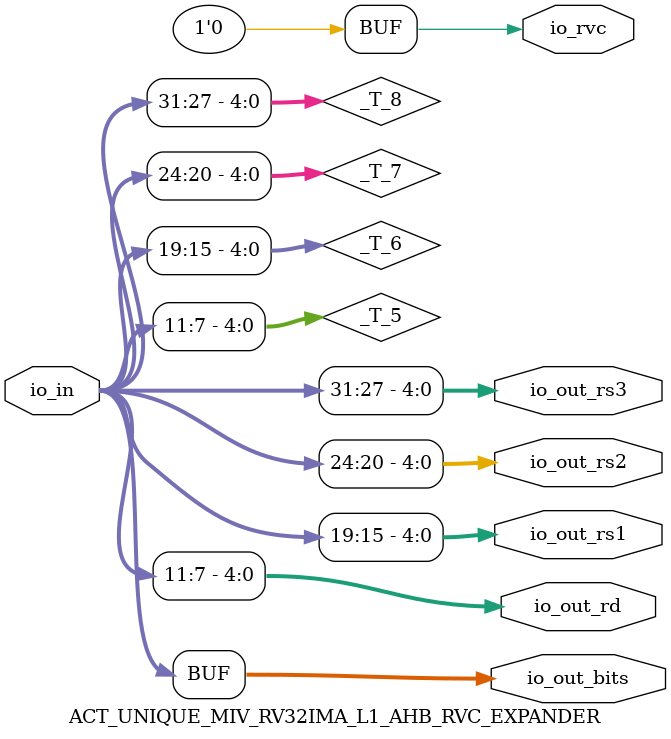
<source format=v>
`define RANDOMIZE
`timescale 1ns/10ps
module ACT_UNIQUE_MIV_RV32IMA_L1_AHB_RVC_EXPANDER(
  input  [31:0] io_in,
  output [31:0] io_out_bits,
  output [4:0]  io_out_rd,
  output [4:0]  io_out_rs1,
  output [4:0]  io_out_rs2,
  output [4:0]  io_out_rs3,
  output        io_rvc
);
  wire [4:0] _T_5;
  wire [4:0] _T_6;
  wire [4:0] _T_7;
  wire [4:0] _T_8;
  assign io_out_bits = io_in;
  assign io_out_rd = _T_5;
  assign io_out_rs1 = _T_6;
  assign io_out_rs2 = _T_7;
  assign io_out_rs3 = _T_8;
  assign io_rvc = 1'h0;
  assign _T_5 = io_in[11:7];
  assign _T_6 = io_in[19:15];
  assign _T_7 = io_in[24:20];
  assign _T_8 = io_in[31:27];
endmodule

</source>
